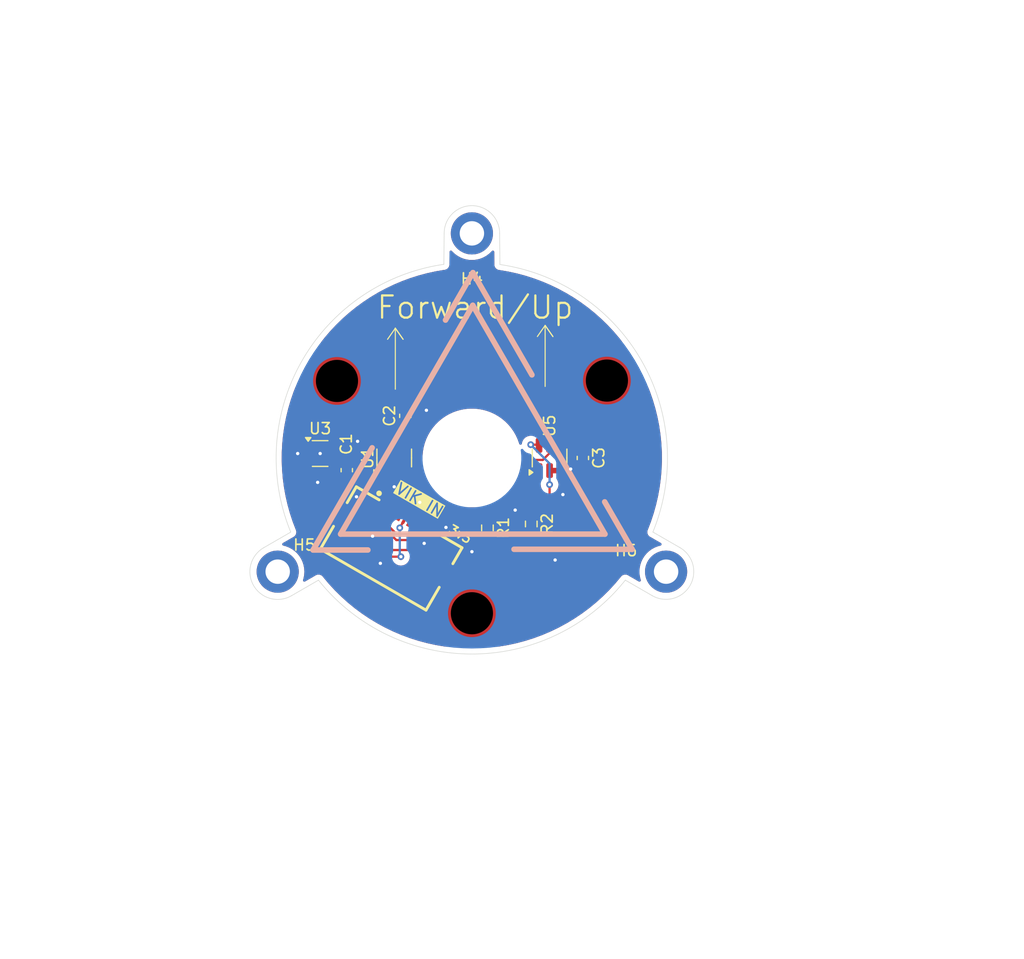
<source format=kicad_pcb>
(kicad_pcb (version 20240108) (generator "pcbnew") (generator_version "8.0")
  (layers (0 "F.Cu" signal) (31 "B.Cu" signal) (34 "B.Paste" user) (35 "F.Paste" user) (36 "B.SilkS" user "B.Silkscreen") (37 "F.SilkS" user "F.Silkscreen") (38 "B.Mask" user) (39 "F.Mask" user) (44 "Edge.Cuts" user))
  (net 0 "")
  (net 1 "/SDA")
  (net 2 "VDD")
  (net 3 "GND")
  (net 4 "/SCL")
  (net 5 "/S2_OE")
  (net 13 "Net-(U1-VCC)")
  (net 14 "/INT")
  (footprint "Resistor_SMD:R_0603_1608Metric_Pad0.98x0.95mm_HandSolder" (layer "F.Cu") (at 68.0348 77.459474 -90)
    (property "Reference" "R2" (at 0 -1.43 90) (layer "F.SilkS"))
    (property "Value" "4.7K")
    (fp_line (start -0.254724 0.5225) (end 0.254724 0.5225) (stroke (width 0.12)) (layer "F.SilkS"))
    (fp_line (start -0.254724 -0.5225) (end 0.254724 -0.5225) (stroke (width 0.12)) (layer "F.SilkS"))
    (pad "1" smd roundrect (at -0.9125 0 270) (size 0.975 0.95) (layers "F.Cu" "F.Paste" "F.Mask") (net 1 "/SDA"))
    (pad "2" smd roundrect (at 0.9125 0 270) (size 0.975 0.95) (layers "F.Cu" "F.Paste" "F.Mask") (net 2 "VDD"))
  )
  (footprint "MountingHole:MountingHole_2.2mm_M2_DIN965_Pad" (layer "F.Cu") (at 45.1848 81.759474)
    (property "Reference" "H5" (at 2.4 -2.4 0) (layer "F.SilkS"))
    (property "Value" "Extension_Screw")
    (pad "1" thru_hole circle (at 0 0) (size 3.8 3.8) (drill 2.2) (layers "*.Cu" "*.Mask"))
  )
  (footprint "vik:vik-module-connector-horizontal" (layer "F.Cu") (at 55.9348 78.759474 -30)
    (property "Reference" "J1" (hide yes))
    (property "Value" "vik-module-connector")
    (fp_line (start -5.5 4.295) (end -5.5 1.912001) (stroke (width 0.254)) (layer "F.SilkS"))
    (fp_line (start -5.5 -0.539) (end -5.5 -2.2) (stroke (width 0.254)) (layer "F.SilkS"))
    (fp_line (start -5.5 -2.2) (end -3.131 -2.2) (stroke (width 0.254)) (layer "F.SilkS"))
    (fp_line (start 5.5 4.295) (end -5.5 4.295) (stroke (width 0.254)) (layer "F.SilkS"))
    (fp_line (start 5.5 4.295) (end 5.5 1.912001) (stroke (width 0.254)) (layer "F.SilkS"))
    (fp_line (start 5.5 -0.539) (end 5.5 -2.2) (stroke (width 0.254)) (layer "F.SilkS"))
    (fp_line (start 5.5 -2.2) (end 3.131 -2.2) (stroke (width 0.254)) (layer "F.SilkS"))
    (fp_circle (center -3.429 -2.708) (end -3.302 -2.708) (stroke (width 0.254)) (fill none) (layer "F.SilkS"))
    (fp_text user "VIK IN" (at -2.36 -3.42 -30) (layer "F.SilkS" knockout) (effects (justify left bottom)))
    (fp_text user "3v3" (at 3.578813 -2.701314 330) (layer "F.SilkS") (effects (font (size 0.8 0.8)) (justify left bottom)))
    (pad "1" smd rect (at -2.75 -2.038 330) (size 0.28 1.25) (layers "F.Cu" "F.Paste" "F.Mask"))
    (pad "2" smd rect (at -2.25 -2.038 330) (size 0.28 1.25) (layers "F.Cu" "F.Paste" "F.Mask"))
    (pad "3" smd rect (at -1.749999 -2.038 330) (size 0.28 1.25) (layers "F.Cu" "F.Paste" "F.Mask"))
    (pad "4" smd rect (at -1.25 -2.038 330) (size 0.28 1.25) (layers "F.Cu" "F.Paste" "F.Mask") (net 14 "/INT"))
    (pad "5" smd rect (at -0.75 -2.038 330) (size 0.28 1.25) (layers "F.Cu" "F.Paste" "F.Mask"))
    (pad "6" smd rect (at -0.25 -2.038 330) (size 0.28 1.25) (layers "F.Cu" "F.Paste" "F.Mask") (net 5 "/S2_OE"))
    (pad "7" smd rect (at 0.25 -2.038 330) (size 0.28 1.25) (layers "F.Cu" "F.Paste" "F.Mask"))
    (pad "8" smd rect (at 0.75 -2.038 330) (size 0.28 1.25) (layers "F.Cu" "F.Paste" "F.Mask"))
    (pad "9" smd rect (at 1.25 -2.038 330) (size 0.28 1.25) (layers "F.Cu" "F.Paste" "F.Mask") (net 4 "/SCL"))
    (pad "10" smd rect (at 1.749999 -2.038 330) (size 0.28 1.25) (layers "F.Cu" "F.Paste" "F.Mask") (net 1 "/SDA"))
    (pad "11" smd rect (at 2.25 -2.038 330) (size 0.28 1.25) (layers "F.Cu" "F.Paste" "F.Mask") (net 3 "GND"))
    (pad "12" smd rect (at 2.75 -2.038 330) (size 0.28 1.25) (layers "F.Cu" "F.Paste" "F.Mask") (net 2 "VDD"))
    (pad "13" smd rect (at 4.550001 0.686 330) (size 1.8 2) (layers "F.Cu" "F.Paste" "F.Mask"))
    (pad "14" smd rect (at -4.55 0.685999 330) (size 1.8 2) (layers "F.Cu" "F.Paste" "F.Mask"))
  )
  (footprint "Capacitor_SMD:C_0603_1608Metric_Pad1.08x0.95mm_HandSolder" (layer "F.Cu") (at 56.6848 67.709474 90)
    (property "Reference" "C2" (at 0 -1.43 270) (layer "F.SilkS"))
    (property "Value" "100nF")
    (fp_line (start -0.146267 -0.51) (end 0.146267 -0.51) (stroke (width 0.12)) (layer "F.SilkS"))
    (fp_line (start -0.146267 0.51) (end 0.146267 0.51) (stroke (width 0.12)) (layer "F.SilkS"))
    (pad "1" smd roundrect (at -0.8625 0 90) (size 1.075 0.95) (layers "F.Cu" "F.Paste" "F.Mask") (net 13 "Net-(U1-VCC)"))
    (pad "2" smd roundrect (at 0.8625 0 90) (size 1.075 0.95) (layers "F.Cu" "F.Paste" "F.Mask") (net 3 "GND"))
  )
  (footprint "Capacitor_SMD:C_0603_1608Metric_Pad1.08x0.95mm_HandSolder" (layer "F.Cu") (at 72.6848 71.509474 -90)
    (property "Reference" "C3" (at 0 -1.43 90) (layer "F.SilkS"))
    (property "Value" "100nF")
    (fp_line (start -0.146267 0.51) (end 0.146267 0.51) (stroke (width 0.12)) (layer "F.SilkS"))
    (fp_line (start -0.146267 -0.51) (end 0.146267 -0.51) (stroke (width 0.12)) (layer "F.SilkS"))
    (pad "1" smd roundrect (at -0.8625 0 270) (size 1.075 0.95) (layers "F.Cu" "F.Paste" "F.Mask") (net 2 "VDD"))
    (pad "2" smd roundrect (at 0.8625 0 270) (size 1.075 0.95) (layers "F.Cu" "F.Paste" "F.Mask") (net 3 "GND"))
  )
  (footprint "MountingHole:MountingHole_2.2mm_M2_DIN965_Pad" (layer "F.Cu") (at 80.1848 81.759474)
    (property "Reference" "H6" (at -3.600002 -1.9 0) (layer "F.SilkS"))
    (property "Value" "Extension_Screw")
    (pad "1" thru_hole circle (at 0 0) (size 3.8 3.8) (drill 2.2) (layers "*.Cu" "*.Mask"))
  )
  (footprint "vik:MountingHole_M2_Pad_NonPTH_TopOnly" (layer "F.Cu") (at 50.5258 64.564474)
    (property "Reference" "H2" (hide yes))
    (property "Value" "Compression_Nut")
    (pad "" np_thru_hole circle (at 0 0) (size 3.8 3.8) (drill 3.8) (layers "*.Mask"))
    (pad "1" smd circle (at 0 0) (size 6.1 6.1) (layers "F.Cu" "F.Mask"))
  )
  (footprint "MountingHole:MountingHole_2.2mm_M2_DIN965_Pad" (layer "F.Cu") (at 62.6848 51.259474)
    (property "Reference" "H4" (at 0 4.1 0) (layer "F.SilkS"))
    (property "Value" "Extension_Screw")
    (pad "1" thru_hole circle (at 0 0) (size 3.8 3.8) (drill 2.2) (layers "*.Cu" "*.Mask"))
  )
  (footprint "Package_TO_SOT_SMD:SOT-23-6" (layer "F.Cu") (at 55.6848 71.509474 90)
    (property "Reference" "U1" (at 0 -2.4 270) (layer "F.SilkS"))
    (property "Value" "TMAG5273")
    (fp_line (start 0 -1.56) (end 0.8 -1.56) (stroke (width 0.12)) (layer "F.SilkS"))
    (fp_line (start 0 -1.56) (end -0.8 -1.56) (stroke (width 0.12)) (layer "F.SilkS"))
    (fp_line (start 0 1.56) (end 0.8 1.56) (stroke (width 0.12)) (layer "F.SilkS"))
    (fp_line (start 0 1.56) (end -0.8 1.56) (stroke (width 0.12)) (layer "F.SilkS"))
    (fp_poly (pts (xy -1.3 -1.51) (xy -1.54 -1.84) (xy -1.06 -1.84) (xy -1.3 -1.51)) (stroke (width 0.12)) (fill solid) (layer "F.SilkS"))
    (pad "1" smd roundrect (at -1.1375 -0.95 90) (size 1.325 0.6) (layers "F.Cu" "F.Paste" "F.Mask") (net 4 "/SCL"))
    (pad "2" smd roundrect (at -1.1375 0 90) (size 1.325 0.6) (layers "F.Cu" "F.Paste" "F.Mask") (net 3 "GND"))
    (pad "3" smd roundrect (at -1.1375 0.95 90) (size 1.325 0.6) (layers "F.Cu" "F.Paste" "F.Mask") (net 3 "GND"))
    (pad "4" smd roundrect (at 1.1375 0.95 90) (size 1.325 0.6) (layers "F.Cu" "F.Paste" "F.Mask") (net 13 "Net-(U1-VCC)"))
    (pad "5" smd roundrect (at 1.1375 0 90) (size 1.325 0.6) (layers "F.Cu" "F.Paste" "F.Mask") (net 14 "/INT"))
    (pad "6" smd roundrect (at 1.1375 -0.95 90) (size 1.325 0.6) (layers "F.Cu" "F.Paste" "F.Mask") (net 1 "/SDA"))
  )
  (footprint "Package_TO_SOT_SMD:SOT-363_SC-70-6" (layer "F.Cu") (at 49.0098 71.109474)
    (property "Reference" "U3" (at 0 -2.25 360) (layer "F.SilkS"))
    (property "Value" "SiP32431DR3")
    (fp_line (start -0.71 -1.16) (end 0.7 -1.16) (stroke (width 0.12)) (layer "F.SilkS"))
    (fp_line (start -0.7 1.16) (end 0.7 1.16) (stroke (width 0.12)) (layer "F.SilkS"))
    (fp_poly (pts (xy -1.08 -1.11) (xy -1.32 -1.44) (xy -0.84 -1.44) (xy -1.08 -1.11)) (stroke (width 0.12)) (fill solid) (layer "F.SilkS"))
    (pad "1" smd roundrect (at -0.95 -0.65) (size 0.65 0.4) (layers "F.Cu" "F.Paste" "F.Mask") (net 13 "Net-(U1-VCC)"))
    (pad "2" smd roundrect (at -0.95 0) (size 0.65 0.4) (layers "F.Cu" "F.Paste" "F.Mask") (net 3 "GND"))
    (pad "3" smd roundrect (at -0.95 0.65) (size 0.65 0.4) (layers "F.Cu" "F.Paste" "F.Mask") (net 5 "/S2_OE"))
    (pad "4" smd roundrect (at 0.95 0.65) (size 0.65 0.4) (layers "F.Cu" "F.Paste" "F.Mask") (net 2 "VDD"))
    (pad "5" smd roundrect (at 0.95 0) (size 0.65 0.4) (layers "F.Cu" "F.Paste" "F.Mask") (net 3 "GND"))
    (pad "6" smd roundrect (at 0.95 -0.65) (size 0.65 0.4) (layers "F.Cu" "F.Paste" "F.Mask"))
  )
  (footprint "Resistor_SMD:R_0603_1608Metric_Pad0.98x0.95mm_HandSolder" (layer "F.Cu") (at 64.0848 77.809474 -90)
    (property "Reference" "R1" (at 0 -1.43 90) (layer "F.SilkS"))
    (property "Value" "4.7K")
    (fp_line (start -0.254724 0.5225) (end 0.254724 0.5225) (stroke (width 0.12)) (layer "F.SilkS"))
    (fp_line (start -0.254724 -0.5225) (end 0.254724 -0.5225) (stroke (width 0.12)) (layer "F.SilkS"))
    (pad "1" smd roundrect (at -0.9125 0 270) (size 0.975 0.95) (layers "F.Cu" "F.Paste" "F.Mask") (net 4 "/SCL"))
    (pad "2" smd roundrect (at 0.9125 0 270) (size 0.975 0.95) (layers "F.Cu" "F.Paste" "F.Mask") (net 2 "VDD"))
  )
  (footprint "Capacitor_SMD:C_0603_1608Metric_Pad1.08x0.95mm_HandSolder" (layer "F.Cu") (at 51.4098 72.609472 -90)
    (property "Reference" "C1" (at -2.349998 0.05 90) (layer "F.SilkS"))
    (property "Value" "1uF")
    (fp_line (start -0.146267 0.51) (end 0.146267 0.51) (stroke (width 0.12)) (layer "F.SilkS"))
    (fp_line (start -0.146267 -0.51) (end 0.146267 -0.51) (stroke (width 0.12)) (layer "F.SilkS"))
    (pad "1" smd roundrect (at -0.8625 0 270) (size 1.075 0.95) (layers "F.Cu" "F.Paste" "F.Mask") (net 2 "VDD"))
    (pad "2" smd roundrect (at 0.8625 0 270) (size 1.075 0.95) (layers "F.Cu" "F.Paste" "F.Mask") (net 3 "GND"))
  )
  (footprint "vik:MountingHole_M2_Pad_NonPTH_TopOnly" (layer "F.Cu") (at 62.6848 85.509474)
    (property "Reference" "H3" (hide yes))
    (property "Value" "Compression_Nut")
    (pad "" np_thru_hole circle (at 0 0) (size 3.8 3.8) (drill 3.8) (layers "*.Mask"))
    (pad "1" smd circle (at 0 0) (size 6.1 6.1) (layers "F.Cu" "F.Mask"))
  )
  (footprint "Package_TO_SOT_SMD:SOT-23-6" (layer "F.Cu") (at 69.6848 71.509474 90)
    (property "Reference" "U5" (at 2.9 0 270) (layer "F.SilkS"))
    (property "Value" "TMAG5273")
    (fp_line (start 0 -1.56) (end 0.8 -1.56) (stroke (width 0.12)) (layer "F.SilkS"))
    (fp_line (start 0 -1.56) (end -0.8 -1.56) (stroke (width 0.12)) (layer "F.SilkS"))
    (fp_line (start 0 1.56) (end 0.8 1.56) (stroke (width 0.12)) (layer "F.SilkS"))
    (fp_line (start 0 1.56) (end -0.8 1.56) (stroke (width 0.12)) (layer "F.SilkS"))
    (fp_poly (pts (xy -1.3 -1.51) (xy -1.54 -1.84) (xy -1.06 -1.84) (xy -1.3 -1.51)) (stroke (width 0.12)) (fill solid) (layer "F.SilkS"))
    (pad "1" smd roundrect (at -1.1375 -0.95 90) (size 1.325 0.6) (layers "F.Cu" "F.Paste" "F.Mask") (net 4 "/SCL"))
    (pad "2" smd roundrect (at -1.1375 0 90) (size 1.325 0.6) (layers "F.Cu" "F.Paste" "F.Mask") (net 3 "GND"))
    (pad "3" smd roundrect (at -1.1375 0.95 90) (size 1.325 0.6) (layers "F.Cu" "F.Paste" "F.Mask") (net 3 "GND"))
    (pad "4" smd roundrect (at 1.1375 0.95 90) (size 1.325 0.6) (layers "F.Cu" "F.Paste" "F.Mask") (net 2 "VDD"))
    (pad "5" smd roundrect (at 1.1375 0 90) (size 1.325 0.6) (layers "F.Cu" "F.Paste" "F.Mask") (net 14 "/INT"))
    (pad "6" smd roundrect (at 1.1375 -0.95 90) (size 1.325 0.6) (layers "F.Cu" "F.Paste" "F.Mask") (net 1 "/SDA"))
  )
  (footprint "MountingHole:MountingHole_8.4mm_M8" (layer "F.Cu") (at 62.6848 71.509474)
    (property "Reference" "REF**" (hide yes))
    (property "Value" "MountingHole_8.4mm_M8")
    (pad "" np_thru_hole circle (at 0 0) (size 8.4 8.4) (drill 8.4) (layers "F&B.Cu" "*.Mask"))
  )
  (footprint "vik:MountingHole_M2_Pad_NonPTH_TopOnly" (layer "F.Cu") (at 74.8508 64.531474)
    (property "Reference" "H1" (hide yes))
    (property "Value" "Compression_Nut")
    (pad "" np_thru_hole circle (at 0 0) (size 3.8 3.8) (drill 3.8) (layers "*.Mask"))
    (pad "1" smd circle (at 0 0) (size 6.1 6.1) (layers "F.Cu" "F.Mask"))
  )
  (footprint "vik:vik-logo-large" (layer "B.Cu") (at 62.7848 70.209474)
    (property "Reference" "REF**")
    (property "Value" "vik-logo-large")
    (fp_line (start -14.411375 9.597292) (end -9.089016 0.381495) (stroke (width 0.5)) (layer "B.SilkS"))
    (fp_line (start -11.92959 8.16556) (end -0.02008 -12.462317) (stroke (width 0.5)) (layer "B.SilkS"))
    (fp_line (start -9.472183 9.595442) (end -14.411375 9.597292) (stroke (width 0.5)) (layer "B.SilkS"))
    (fp_line (start -2.477865 -11.131535) (end -0.01 -15.41) (stroke (width 0.5)) (layer "B.SilkS"))
    (fp_line (start -0.02008 -12.462317) (end 11.889432 8.16556) (stroke (width 0.5)) (layer "B.SilkS"))
    (fp_line (start -0.01 -15.41) (end 5.30985 -6.19275) (stroke (width 0.5)) (layer "B.SilkS"))
    (fp_line (start 11.866675 5.257526) (end 14.338005 9.533991) (stroke (width 0.5)) (layer "B.SilkS"))
    (fp_line (start 11.889432 8.16556) (end -11.92959 8.16556) (stroke (width 0.5)) (layer "B.SilkS"))
    (fp_line (start 14.338005 9.533991) (end 3.69571 9.532491) (stroke (width 0.5)) (layer "B.SilkS"))
  )
  (gr_line (start 58.4848 76.809474) (end 57.4848 78.509474) (stroke (width 0.2)) (layer "F.Cu") (net 4))
  (gr_line (start 55.8848 76.309474) (end 56.3848 75.509474) (stroke (width 0.2)) (layer "F.Cu") (net 14))
  (gr_line (start 58.8848 78.209474) (end 59.4848 77.209474) (stroke (width 0.2)) (layer "F.Cu") (net 3))
  (gr_line (start 58.4848 77.909474) (end 58.9848 77.009474) (stroke (width 0.2)) (layer "F.Cu") (net 1))
  (gr_line (start 58.0848 77.609474) (end 58.4848 76.809474) (stroke (width 0.2)) (layer "F.Cu") (net 4))
  (gr_line (start 58.8848 78.209474) (end 58.2848 79.209474) (stroke (width 0.2)) (layer "F.Cu") (net 3))
  (gr_line (start 56.6848 76.909474) (end 56.1848 77.809474) (stroke (width 0.2)) (layer "F.Cu") (net 5))
  (gr_line (start 58.9848 77.009474) (end 57.9848 78.709474) (stroke (width 0.2)) (layer "F.Cu") (net 1))
  (gr_line (start 55.7848 59.809474) (end 56.4848 60.809474) (stroke (width 0.1)) (layer "F.SilkS"))
  (gr_line (start 68.5848 60.559474) (end 69.2848 59.559474) (stroke (width 0.1)) (layer "F.SilkS"))
  (gr_line (start 55.0848 60.809474) (end 55.7848 59.809474) (stroke (width 0.1)) (layer "F.SilkS"))
  (gr_line (start 55.7848 59.809474) (end 55.7848 65.309474) (stroke (width 0.1)) (layer "F.SilkS"))
  (gr_line (start 69.9848 60.559474) (end 69.2848 59.559474) (stroke (width 0.1)) (layer "F.SilkS"))
  (gr_line (start 69.2848 59.559474) (end 69.9848 60.559474) (stroke (width 0.1)) (layer "F.SilkS"))
  (gr_line (start 69.2848 59.559474) (end 69.2848 65.059474) (stroke (width 0.1)) (layer "F.SilkS"))
  (gr_line (start 56.4848 60.809474) (end 55.7848 59.809474) (stroke (width 0.1)) (layer "F.SilkS"))
  (gr_arc (start 46.4348 83.924537) (mid 43.019737 83.009474) (end 43.9348 79.59441) (stroke (width 0.05)) (layer "Edge.Cuts"))
  (gr_arc (start 46.359674 78.19441) (mid 47.36875 62.756376) (end 60.157827 54.050593) (stroke (width 0.05)) (layer "Edge.Cuts"))
  (gr_arc (start 60.184801 51.259475) (mid 62.6848 48.759475) (end 65.184801 51.259475) (stroke (width 0.05)) (layer "Edge.Cuts"))
  (gr_line (start 43.9348 79.59441) (end 46.359673 78.19441) (stroke (width 0.05)) (layer "Edge.Cuts"))
  (gr_arc (start 65.209448 54.066652) (mid 77.986762 62.764427) (end 78.99491 78.188261) (stroke (width 0.05)) (layer "Edge.Cuts"))
  (gr_arc (start 81.434799 79.59441) (mid 82.349863 83.009474) (end 78.934799 83.924537) (stroke (width 0.05)) (layer "Edge.Cuts"))
  (gr_arc (start 76.509928 82.524538) (mid 62.6848 89.186176) (end 48.859672 82.524537) (stroke (width 0.05)) (layer "Edge.Cuts"))
  (gr_line (start 65.184801 51.259475) (end 65.209448 54.066651) (stroke (width 0.05)) (layer "Edge.Cuts"))
  (gr_line (start 78.934799 83.924537) (end 76.509928 82.524538) (stroke (width 0.05)) (layer "Edge.Cuts"))
  (gr_line (start 60.184801 51.259475) (end 60.157827 54.050593) (stroke (width 0.05)) (layer "Edge.Cuts"))
  (gr_line (start 81.434799 79.59441) (end 78.99491 78.188261) (stroke (width 0.05)) (layer "Edge.Cuts"))
  (gr_line (start 46.4348 83.924537) (end 48.859672 82.524537) (stroke (width 0.05)) (layer "Edge.Cuts"))
  (gr_text "Forward/Up" (at 53.9848 59.109474 -0) (layer "F.SilkS") (effects (font (size 2 2) (thickness 0.2)) (justify left bottom)))
  (segment (start 67.9848 70.309474) (end 68.6723 70.309474) (width 0.2) (layer "F.Cu") (net 1))
  (segment (start 55.870585 78.909474) (end 53.438486 76.477374) (width 0.2) (layer "F.Cu") (net 1))
  (segment (start 61.133329 77.709474) (end 66.8723 77.709474) (width 0.2) (layer "F.Cu") (net 1))
  (segment (start 53.438486 76.477374) (end 53.438486 71.668288) (width 0.2) (layer "F.Cu") (net 1))
  (segment (start 59.1848 76.809474) (end 60.233329 76.809474) (width 0.2) (layer "F.Cu") (net 1))
  (segment (start 68.0348 76.546974) (end 69.6848 74.896974) (width 0.2) (layer "F.Cu") (net 1))
  (segment (start 53.438486 71.668288) (end 54.7348 70.371974) (width 0.2) (layer "F.Cu") (net 1))
  (segment (start 69.6848 74.896974) (end 69.6848 73.909474) (width 0.2) (layer "F.Cu") (net 1))
  (segment (start 57.9848 78.709474) (end 57.7848 78.909474) (width 0.2) (layer "F.Cu") (net 1))
  (segment (start 68.6723 70.309474) (end 68.7348 70.371974) (width 0.2) (layer "F.Cu") (net 1))
  (segment (start 66.8723 77.709474) (end 68.0348 76.546974) (width 0.2) (layer "F.Cu") (net 1))
  (segment (start 58.9848 77.009474) (end 59.1848 76.809474) (width 0.2) (layer "F.Cu") (net 1))
  (segment (start 57.7848 78.909474) (end 55.870585 78.909474) (width 0.2) (layer "F.Cu") (net 1))
  (segment (start 60.233329 76.809474) (end 61.133329 77.709474) (width 0.2) (layer "F.Cu") (net 1))
  (via (at 67.9848 70.309474) (size 0.6) (drill 0.3) (layers "F.Cu" "B.Cu") (net 1))
  (via (at 69.6848 73.909474) (size 0.6) (drill 0.3) (layers "F.Cu" "B.Cu") (net 1))
  (segment (start 69.6848 73.909474) (end 69.6848 72.009474) (width 0.2) (layer "B.Cu") (net 1))
  (segment (start 69.6848 72.009474) (end 67.9848 70.309474) (width 0.2) (layer "B.Cu") (net 1))
  (segment (start 72.6848 70.646974) (end 70.9098 70.646974) (width 0.2) (layer "F.Cu") (net 2))
  (segment (start 70.9098 70.646974) (end 70.6348 70.371974) (width 0.2) (layer "F.Cu") (net 2))
  (segment (start 51.397298 71.759474) (end 51.4098 71.746972) (width 0.2) (layer "F.Cu") (net 2))
  (segment (start 73.590597 71.552771) (end 72.6848 70.646974) (width 0.2) (layer "F.Cu") (net 2))
  (segment (start 73.590597 73.552206) (end 73.590597 71.552771) (width 0.2) (layer "F.Cu") (net 2))
  (segment (start 49.9598 71.759474) (end 51.397298 71.759474) (width 0.2) (layer "F.Cu") (net 2))
  (segment (start 59.33537 79.108904) (end 59.33537 78.369514) (width 0.2) (layer "F.Cu") (net 2))
  (segment (start 60.099094 78.371974) (end 68.770829 78.371974) (width 0.2) (layer "F.Cu") (net 2))
  (segment (start 68.770829 78.371974) (end 73.590597 73.552206) (width 0.2) (layer "F.Cu") (net 2))
  (segment (start 59.33537 78.369514) (end 60.096634 78.369514) (width 0.2) (layer "F.Cu") (net 2))
  (segment (start 49.9598 71.759474) (end 49.9598 77.506694) (width 0.2) (layer "F.Cu") (net 2))
  (segment (start 49.9598 77.506694) (end 52.26258 79.809474) (width 0.2) (layer "F.Cu") (net 2))
  (segment (start 60.096634 78.369514) (end 60.099094 78.371974) (width 0.2) (layer "F.Cu") (net 2))
  (segment (start 58.6348 79.809474) (end 59.33537 79.108904) (width 0.2) (layer "F.Cu") (net 2))
  (segment (start 52.26258 79.809474) (end 58.6348 79.809474) (width 0.2) (layer "F.Cu") (net 2))
  (segment (start 60.345931 77.770282) (end 59.785123 77.209474) (width 0.2) (layer "F.Cu") (net 3))
  (segment (start 48.0598 71.109474) (end 46.9848 71.109474) (width 0.2) (layer "F.Cu") (net 3))
  (segment (start 49.9598 71.109474) (end 49.0098 71.109474) (width 0.2) (layer "F.Cu") (net 3))
  (segment (start 59.785123 77.209474) (end 59.4848 77.209474) (width 0.2) (layer "F.Cu") (net 3))
  (segment (start 48.0598 71.109474) (end 49.0098 71.109474) (width 0.2) (layer "F.Cu") (net 3))
  (via (at 54.4348 81.009474) (size 0.6) (drill 0.3) (layers "F.Cu" "B.Cu") (net 3))
  (via (at 62.6848 79.959474) (size 0.6) (drill 0.3) (layers "F.Cu" "B.Cu") (net 3))
  (via (at 70.1848 80.709474) (size 0.6) (drill 0.3) (layers "F.Cu" "B.Cu") (net 3))
  (via (at 60.345931 77.770282) (size 0.6) (drill 0.3) (layers "F.Cu" "B.Cu") (net 3))
  (via (at 53.7348 78.559474) (size 0.6) (drill 0.3) (layers "F.Cu" "B.Cu") (net 3))
  (via (at 58.3848 79.209474) (size 0.6) (drill 0.3) (layers "F.Cu" "B.Cu") (net 3))
  (via (at 55.6848 74.109474) (size 0.6) (drill 0.3) (layers "F.Cu" "B.Cu") (net 3))
  (via (at 49.0098 71.109474) (size 0.6) (drill 0.3) (layers "F.Cu" "B.Cu") (net 3))
  (via (at 52.2848 75.009474) (size 0.6) (drill 0.3) (layers "F.Cu" "B.Cu") (net 3))
  (via (at 66.5848 76.209474) (size 0.6) (drill 0.3) (layers "F.Cu" "B.Cu") (net 3))
  (via (at 52.3848 70.009474) (size 0.6) (drill 0.3) (layers "F.Cu" "B.Cu") (net 3))
  (via (at 70.8848 74.809474) (size 0.6) (drill 0.3) (layers "F.Cu" "B.Cu") (net 3))
  (via (at 58.5848 67.209474) (size 0.6) (drill 0.3) (layers "F.Cu" "B.Cu") (net 3))
  (via (at 71.5848 72.509474) (size 0.6) (drill 0.3) (layers "F.Cu" "B.Cu") (net 3))
  (via (at 57.9848 75.509474) (size 0.6) (drill 0.3) (layers "F.Cu" "B.Cu") (net 3))
  (via (at 46.9848 71.109474) (size 0.6) (drill 0.3) (layers "F.Cu" "B.Cu") (net 3))
  (via (at 48.7848 73.709474) (size 0.6) (drill 0.3) (layers "F.Cu" "B.Cu") (net 3))
  (segment (start 64.4848 76.896974) (end 68.7348 72.646974) (width 0.2) (layer "F.Cu") (net 4))
  (segment (start 58.4848 76.809474) (end 58.8848 76.409474) (width 0.2) (layer "F.Cu") (net 4))
  (segment (start 53.838486 73.543288) (end 54.7348 72.646974) (width 0.2) (layer "F.Cu") (net 4))
  (segment (start 57.4848 78.509474) (end 56.036271 78.509474) (width 0.2) (layer "F.Cu") (net 4))
  (segment (start 53.838486 76.311689) (end 53.838486 73.543288) (width 0.2) (layer "F.Cu") (net 4))
  (segment (start 60.886514 76.896974) (end 64.4848 76.896974) (width 0.2) (layer "F.Cu") (net 4))
  (segment (start 60.399014 76.409474) (end 60.886514 76.896974) (width 0.2) (layer "F.Cu") (net 4))
  (segment (start 56.036271 78.509474) (end 53.838486 76.311689) (width 0.2) (layer "F.Cu") (net 4))
  (segment (start 58.8848 76.409474) (end 60.399014 76.409474) (width 0.2) (layer "F.Cu") (net 4))
  (segment (start 48.0598 76.17238) (end 48.0598 71.759474) (width 0.2) (layer "F.Cu") (net 5))
  (segment (start 56.2848 80.409474) (end 52.296894 80.409474) (width 0.2) (layer "F.Cu") (net 5))
  (segment (start 52.296894 80.409474) (end 48.0598 76.17238) (width 0.2) (layer "F.Cu") (net 5))
  (via (at 56.2848 80.409474) (size 0.6) (drill 0.3) (layers "F.Cu" "B.Cu") (net 5))
  (via (at 56.1848 77.809474) (size 0.6) (drill 0.3) (layers "F.Cu" "B.Cu") (net 5))
  (segment (start 56.1848 77.809474) (end 56.1848 80.309474) (width 0.2) (layer "B.Cu") (net 5))
  (segment (start 56.1848 80.309474) (end 56.2848 80.409474) (width 0.2) (layer "B.Cu") (net 5))
  (segment (start 49.9473 68.571974) (end 56.6848 68.571974) (width 0.2) (layer "F.Cu") (net 13))
  (segment (start 56.6848 70.321974) (end 56.6348 70.371974) (width 0.2) (layer "F.Cu") (net 13))
  (segment (start 56.6848 68.571974) (end 56.6848 70.321974) (width 0.2) (layer "F.Cu") (net 13))
  (segment (start 48.0598 70.459474) (end 49.9473 68.571974) (width 0.2) (layer "F.Cu") (net 13))
  (segment (start 69.6848 70.371974) (end 69.6848 71.075026) (width 0.2) (layer "F.Cu") (net 14))
  (segment (start 56.3848 75.509474) (end 57.2348 74.659474) (width 0.2) (layer "F.Cu") (net 14))
  (segment (start 68.1348 72.681288) (end 64.756614 76.059474) (width 0.2) (layer "F.Cu") (net 14))
  (segment (start 68.394248 71.684474) (end 68.1348 71.943922) (width 0.2) (layer "F.Cu") (net 14))
  (segment (start 69.075352 71.684474) (end 68.394248 71.684474) (width 0.2) (layer "F.Cu") (net 14))
  (segment (start 59.2147 74.659474) (end 57.2348 74.659474) (width 0.2) (layer "F.Cu") (net 14))
  (segment (start 57.7848 72.309474) (end 56.8098 71.334474) (width 0.2) (layer "F.Cu") (net 14))
  (segment (start 60.6147 76.059474) (end 59.2147 74.659474) (width 0.2) (layer "F.Cu") (net 14))
  (segment (start 68.1348 71.943922) (end 68.1348 72.681288) (width 0.2) (layer "F.Cu") (net 14))
  (segment (start 69.6848 71.075026) (end 69.075352 71.684474) (width 0.2) (layer "F.Cu") (net 14))
  (segment (start 55.984801 71.334474) (end 55.6848 71.034473) (width 0.2) (layer "F.Cu") (net 14))
  (segment (start 57.7848 74.659474) (end 57.7848 72.309474) (width 0.2) (layer "F.Cu") (net 14))
  (segment (start 56.8098 71.334474) (end 55.984801 71.334474) (width 0.2) (layer "F.Cu") (net 14))
  (segment (start 55.6848 71.034473) (end 55.6848 70.371974) (width 0.2) (layer "F.Cu") (net 14))
  (segment (start 57.2348 74.659474) (end 57.7848 74.659474) (width 0.2) (layer "F.Cu") (net 14))
  (segment (start 64.756614 76.059474) (end 60.6147 76.059474) (width 0.2) (layer "F.Cu") (net 14))
  (zone (net 3) (net_name "GND") (layers "F&B.Cu") (connect_pads (clearance 0.5)) (min_thickness 0.25) (fill yes (thermal_gap 0.5) (thermal_bridge_width 0.5))
    (polygon (pts (xy 22.427097 30.784534) (xy 112.438098 30.217534) (xy 109.036097 116.684534) (xy 20.159097 114.841535)))
  )
)
</source>
